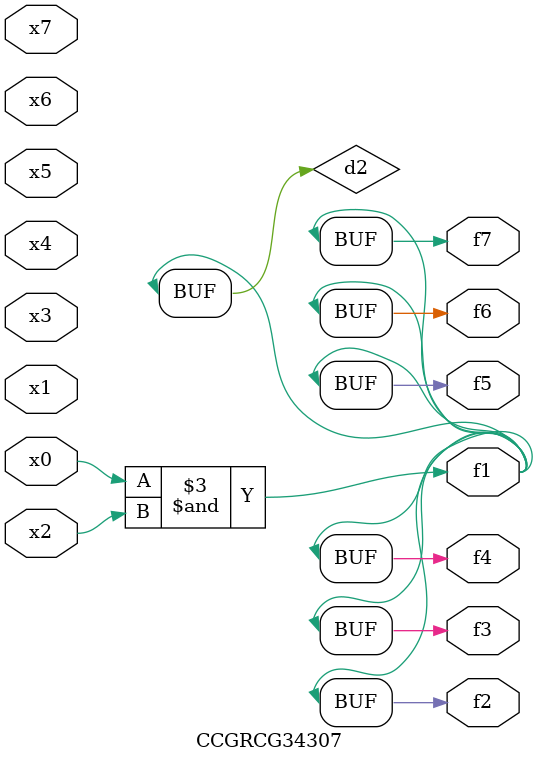
<source format=v>
module CCGRCG34307(
	input x0, x1, x2, x3, x4, x5, x6, x7,
	output f1, f2, f3, f4, f5, f6, f7
);

	wire d1, d2;

	nor (d1, x3, x6);
	and (d2, x0, x2);
	assign f1 = d2;
	assign f2 = d2;
	assign f3 = d2;
	assign f4 = d2;
	assign f5 = d2;
	assign f6 = d2;
	assign f7 = d2;
endmodule

</source>
